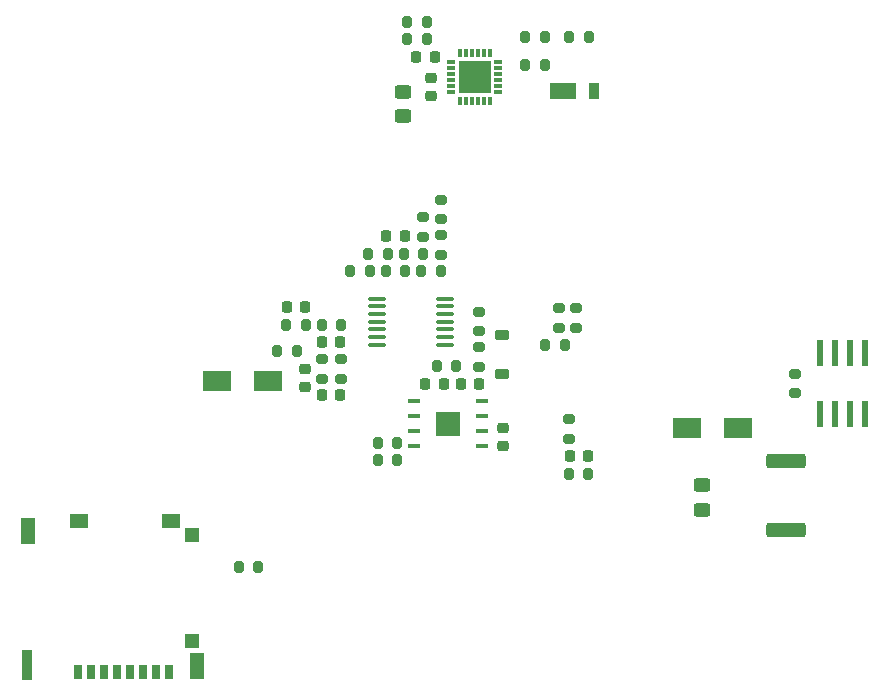
<source format=gbp>
%TF.GenerationSoftware,KiCad,Pcbnew,8.0.5*%
%TF.CreationDate,2024-11-23T15:58:24-08:00*%
%TF.ProjectId,mainboard,6d61696e-626f-4617-9264-2e6b69636164,06b*%
%TF.SameCoordinates,Original*%
%TF.FileFunction,Paste,Bot*%
%TF.FilePolarity,Positive*%
%FSLAX46Y46*%
G04 Gerber Fmt 4.6, Leading zero omitted, Abs format (unit mm)*
G04 Created by KiCad (PCBNEW 8.0.5) date 2024-11-23 15:58:24*
%MOMM*%
%LPD*%
G01*
G04 APERTURE LIST*
G04 Aperture macros list*
%AMRoundRect*
0 Rectangle with rounded corners*
0 $1 Rounding radius*
0 $2 $3 $4 $5 $6 $7 $8 $9 X,Y pos of 4 corners*
0 Add a 4 corners polygon primitive as box body*
4,1,4,$2,$3,$4,$5,$6,$7,$8,$9,$2,$3,0*
0 Add four circle primitives for the rounded corners*
1,1,$1+$1,$2,$3*
1,1,$1+$1,$4,$5*
1,1,$1+$1,$6,$7*
1,1,$1+$1,$8,$9*
0 Add four rect primitives between the rounded corners*
20,1,$1+$1,$2,$3,$4,$5,0*
20,1,$1+$1,$4,$5,$6,$7,0*
20,1,$1+$1,$6,$7,$8,$9,0*
20,1,$1+$1,$8,$9,$2,$3,0*%
G04 Aperture macros list end*
%ADD10R,0.800000X1.240000*%
%ADD11R,1.160000X1.200000*%
%ADD12R,0.950000X2.500000*%
%ADD13R,1.150000X2.200000*%
%ADD14R,1.500000X1.150000*%
%ADD15R,1.160000X1.250000*%
%ADD16RoundRect,0.200000X-0.200000X-0.275000X0.200000X-0.275000X0.200000X0.275000X-0.200000X0.275000X0*%
%ADD17R,0.300000X0.800000*%
%ADD18R,0.800000X0.300000*%
%ADD19R,2.800000X2.800000*%
%ADD20RoundRect,0.200000X0.200000X0.275000X-0.200000X0.275000X-0.200000X-0.275000X0.200000X-0.275000X0*%
%ADD21RoundRect,0.225000X0.250000X-0.225000X0.250000X0.225000X-0.250000X0.225000X-0.250000X-0.225000X0*%
%ADD22RoundRect,0.250000X-0.450000X0.325000X-0.450000X-0.325000X0.450000X-0.325000X0.450000X0.325000X0*%
%ADD23R,0.900000X1.400000*%
%ADD24R,2.200000X1.400000*%
%ADD25RoundRect,0.200000X0.275000X-0.200000X0.275000X0.200000X-0.275000X0.200000X-0.275000X-0.200000X0*%
%ADD26RoundRect,0.225000X-0.225000X-0.250000X0.225000X-0.250000X0.225000X0.250000X-0.225000X0.250000X0*%
%ADD27RoundRect,0.200000X-0.275000X0.200000X-0.275000X-0.200000X0.275000X-0.200000X0.275000X0.200000X0*%
%ADD28RoundRect,0.225000X0.225000X0.250000X-0.225000X0.250000X-0.225000X-0.250000X0.225000X-0.250000X0*%
%ADD29R,2.350000X1.700000*%
%ADD30R,0.609600X2.209800*%
%ADD31RoundRect,0.250000X-1.425000X0.362500X-1.425000X-0.362500X1.425000X-0.362500X1.425000X0.362500X0*%
%ADD32RoundRect,0.100000X-0.637500X-0.100000X0.637500X-0.100000X0.637500X0.100000X-0.637500X0.100000X0*%
%ADD33R,1.050000X0.450000*%
%ADD34R,2.100000X2.100000*%
%ADD35RoundRect,0.225000X-0.250000X0.225000X-0.250000X-0.225000X0.250000X-0.225000X0.250000X0.225000X0*%
%ADD36RoundRect,0.225000X-0.375000X0.225000X-0.375000X-0.225000X0.375000X-0.225000X0.375000X0.225000X0*%
G04 APERTURE END LIST*
D10*
X118816800Y-116677200D03*
X119916800Y-116677200D03*
X121016800Y-116677200D03*
X122116800Y-116677200D03*
X123216800Y-116677200D03*
X124316800Y-116677200D03*
X125416800Y-116677200D03*
X126516800Y-116677200D03*
D11*
X128456800Y-105047200D03*
D12*
X114471800Y-116047200D03*
D13*
X128861800Y-116197200D03*
X114571800Y-104717200D03*
D14*
X118876800Y-103922200D03*
X126656800Y-103922200D03*
D15*
X128456800Y-114047200D03*
D16*
X146700000Y-61604600D03*
X148350000Y-61604600D03*
D17*
X151150000Y-64294000D03*
X151650000Y-64294000D03*
X152150000Y-64294000D03*
X152650000Y-64294000D03*
X153150000Y-64294000D03*
X153650000Y-64294000D03*
D18*
X154400000Y-65044000D03*
X154400000Y-65544000D03*
X154400000Y-66044000D03*
X154400000Y-66544000D03*
X154400000Y-67044000D03*
X154400000Y-67544000D03*
D17*
X153650000Y-68294000D03*
X153150000Y-68294000D03*
X152650000Y-68294000D03*
X152150000Y-68294000D03*
X151650000Y-68294000D03*
X151150000Y-68294000D03*
D18*
X150400000Y-67544000D03*
X150400000Y-67044000D03*
X150400000Y-66544000D03*
X150400000Y-66044000D03*
X150400000Y-65544000D03*
X150400000Y-65044000D03*
D19*
X152400000Y-66294000D03*
D20*
X158305000Y-65278000D03*
X156655000Y-65278000D03*
D21*
X148666200Y-67900000D03*
X148666200Y-66350000D03*
D20*
X162038800Y-62941200D03*
X160388800Y-62941200D03*
D16*
X156655000Y-62941200D03*
X158305000Y-62941200D03*
D20*
X148350000Y-63075000D03*
X146700000Y-63075000D03*
D22*
X146300000Y-67575000D03*
X146300000Y-69625000D03*
D23*
X162461000Y-67500500D03*
D24*
X159911000Y-67500500D03*
D20*
X134075000Y-107750000D03*
X132425000Y-107750000D03*
D25*
X161000000Y-87525000D03*
X161000000Y-85875000D03*
X159500000Y-87525000D03*
X159500000Y-85875000D03*
X152750000Y-87825000D03*
X152750000Y-86175000D03*
D16*
X149175000Y-90750000D03*
X150825000Y-90750000D03*
D20*
X149525000Y-82750000D03*
X147875000Y-82750000D03*
X146525000Y-82750000D03*
X144875000Y-82750000D03*
D25*
X179500000Y-93075000D03*
X179500000Y-91425000D03*
D20*
X143525000Y-82750000D03*
X141875000Y-82750000D03*
D26*
X144925000Y-79750000D03*
X146475000Y-79750000D03*
D16*
X144175000Y-97250000D03*
X145825000Y-97250000D03*
D27*
X149500000Y-79675000D03*
X149500000Y-81325000D03*
X160400000Y-95275000D03*
X160400000Y-96925000D03*
X141045000Y-90175000D03*
X141045000Y-91825000D03*
D20*
X161990000Y-99900000D03*
X160340000Y-99900000D03*
D26*
X148225000Y-92250000D03*
X149775000Y-92250000D03*
D16*
X158375000Y-89000000D03*
X160025000Y-89000000D03*
D28*
X152775000Y-92250000D03*
X151225000Y-92250000D03*
D26*
X136475000Y-85750000D03*
X138025000Y-85750000D03*
D16*
X135675000Y-89500000D03*
X137325000Y-89500000D03*
D26*
X139475000Y-88750000D03*
X141025000Y-88750000D03*
D22*
X171600000Y-100875000D03*
X171600000Y-102925000D03*
D16*
X136425000Y-87250000D03*
X138075000Y-87250000D03*
D29*
X174650000Y-96012000D03*
X170350000Y-96012000D03*
D25*
X139500000Y-91825000D03*
X139500000Y-90175000D03*
D16*
X139425000Y-87250000D03*
X141075000Y-87250000D03*
D26*
X139475000Y-93250000D03*
X141025000Y-93250000D03*
D20*
X145025000Y-81250000D03*
X143375000Y-81250000D03*
D30*
X181595000Y-89633800D03*
X182865000Y-89633800D03*
X184135000Y-89633800D03*
X185405000Y-89633800D03*
X185405000Y-94866200D03*
X184135000Y-94866200D03*
X182865000Y-94866200D03*
X181595000Y-94866200D03*
D27*
X149500000Y-76675000D03*
X149500000Y-78325000D03*
D26*
X147450000Y-64575000D03*
X149000000Y-64575000D03*
D31*
X178765200Y-98764500D03*
X178765200Y-104689500D03*
D32*
X144137500Y-88950000D03*
X144137500Y-88300000D03*
X144137500Y-87650000D03*
X144137500Y-87000000D03*
X144137500Y-86350000D03*
X144137500Y-85700000D03*
X144137500Y-85050000D03*
X149862500Y-85050000D03*
X149862500Y-85700000D03*
X149862500Y-86350000D03*
X149862500Y-87000000D03*
X149862500Y-87650000D03*
X149862500Y-88300000D03*
X149862500Y-88950000D03*
D33*
X147285000Y-97560000D03*
X147285000Y-96290000D03*
X147285000Y-95020000D03*
X147285000Y-93750000D03*
X152985000Y-93750000D03*
X152985000Y-95020000D03*
X152985000Y-96290000D03*
X152985000Y-97560000D03*
D34*
X150135000Y-95655000D03*
D29*
X134900000Y-92000000D03*
X130600000Y-92000000D03*
D20*
X148025000Y-81250000D03*
X146375000Y-81250000D03*
D35*
X138000000Y-90975000D03*
X138000000Y-92525000D03*
D27*
X152750000Y-89175000D03*
X152750000Y-90825000D03*
X148000000Y-78175000D03*
X148000000Y-79825000D03*
D20*
X145825000Y-98750000D03*
X144175000Y-98750000D03*
D36*
X154700000Y-88150000D03*
X154700000Y-91450000D03*
D21*
X154750000Y-97525000D03*
X154750000Y-95975000D03*
D26*
X160425000Y-98400000D03*
X161975000Y-98400000D03*
M02*

</source>
